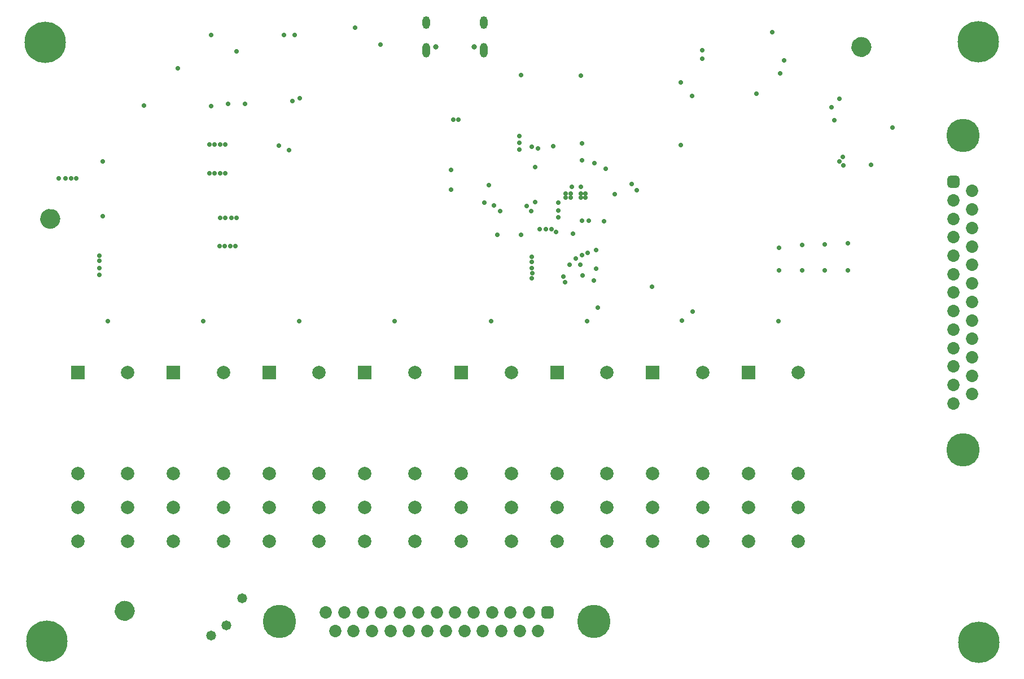
<source format=gbr>
%TF.GenerationSoftware,Altium Limited,Altium Designer,24.1.2 (44)*%
G04 Layer_Color=16711935*
%FSLAX45Y45*%
%MOMM*%
%TF.SameCoordinates,D8B4AAC8-E2FB-42F1-BA15-8403934F33DF*%
%TF.FilePolarity,Negative*%
%TF.FileFunction,Soldermask,Bot*%
%TF.Part,Single*%
G01*
G75*
%TA.AperFunction,ComponentPad*%
%ADD70C,2.00000*%
%ADD71R,2.00000X2.00000*%
%TA.AperFunction,NonConductor*%
%ADD81C,2.50000*%
%TA.AperFunction,ComponentPad*%
%ADD95C,0.80320*%
%ADD96O,1.10320X2.20320*%
%ADD97O,1.10320X1.90320*%
%ADD98C,1.85320*%
%ADD99C,5.00320*%
G04:AMPARAMS|DCode=100|XSize=1.8532mm|YSize=1.8532mm|CornerRadius=0.5141mm|HoleSize=0mm|Usage=FLASHONLY|Rotation=0.000|XOffset=0mm|YOffset=0mm|HoleType=Round|Shape=RoundedRectangle|*
%AMROUNDEDRECTD100*
21,1,1.85320,0.82500,0,0,0.0*
21,1,0.82500,1.85320,0,0,0.0*
1,1,1.02820,0.41250,-0.41250*
1,1,1.02820,-0.41250,-0.41250*
1,1,1.02820,-0.41250,0.41250*
1,1,1.02820,0.41250,0.41250*
%
%ADD100ROUNDEDRECTD100*%
G04:AMPARAMS|DCode=101|XSize=1.8532mm|YSize=1.8532mm|CornerRadius=0.5141mm|HoleSize=0mm|Usage=FLASHONLY|Rotation=90.000|XOffset=0mm|YOffset=0mm|HoleType=Round|Shape=RoundedRectangle|*
%AMROUNDEDRECTD101*
21,1,1.85320,0.82500,0,0,90.0*
21,1,0.82500,1.85320,0,0,90.0*
1,1,1.02820,0.41250,0.41250*
1,1,1.02820,0.41250,-0.41250*
1,1,1.02820,-0.41250,-0.41250*
1,1,1.02820,-0.41250,0.41250*
%
%ADD101ROUNDEDRECTD101*%
%TA.AperFunction,ViaPad*%
%ADD102C,0.70320*%
%ADD103C,6.20320*%
%ADD104C,1.47320*%
D70*
X4286600Y4704500D02*
D03*
X3536600D02*
D03*
X4286600Y5212500D02*
D03*
X3536600D02*
D03*
X4286600Y5716500D02*
D03*
X3536600D02*
D03*
X4286600Y7228500D02*
D03*
X5721700Y4704500D02*
D03*
X4971700D02*
D03*
X5721700Y5212500D02*
D03*
X4971700D02*
D03*
X5721700Y5716500D02*
D03*
X4971700D02*
D03*
X5721700Y7228500D02*
D03*
X7156800Y4704500D02*
D03*
X6406800D02*
D03*
X7156800Y5212500D02*
D03*
X6406800D02*
D03*
X7156800Y5716500D02*
D03*
X6406800D02*
D03*
X7156800Y7228500D02*
D03*
X8591900Y4704500D02*
D03*
X7841900D02*
D03*
X8591900Y5212500D02*
D03*
X7841900D02*
D03*
X8591900Y5716500D02*
D03*
X7841900D02*
D03*
X8591900Y7228500D02*
D03*
X10039700Y4704500D02*
D03*
X9289700D02*
D03*
X10039700Y5212500D02*
D03*
X9289700D02*
D03*
X10039700Y5716500D02*
D03*
X9289700D02*
D03*
X10039700Y7228500D02*
D03*
X11474800Y4704500D02*
D03*
X10724800D02*
D03*
X11474800Y5212500D02*
D03*
X10724800D02*
D03*
X11474800Y5716500D02*
D03*
X10724800D02*
D03*
X11474800Y7228500D02*
D03*
X12909900Y4704500D02*
D03*
X12159900D02*
D03*
X12909900Y5212500D02*
D03*
X12159900D02*
D03*
X12909900Y5716500D02*
D03*
X12159900D02*
D03*
X12909900Y7228500D02*
D03*
X14345000Y4704500D02*
D03*
X13595000D02*
D03*
X14345000Y5212500D02*
D03*
X13595000D02*
D03*
X14345000Y5716500D02*
D03*
X13595000D02*
D03*
X14345000Y7228500D02*
D03*
D71*
X3536600D02*
D03*
X4971700D02*
D03*
X6406800D02*
D03*
X7841900D02*
D03*
X9289700D02*
D03*
X10724800D02*
D03*
X12159900D02*
D03*
X13595000D02*
D03*
D81*
X3149200Y9537700D02*
G03*
X3149200Y9537700I-25000J0D01*
G01*
X4266800Y3657600D02*
G03*
X4266800Y3657600I-25000J0D01*
G01*
X15315800Y12115800D02*
G03*
X15315800Y12115800I-25000J0D01*
G01*
D95*
X9483800Y12116100D02*
D03*
X8905800D02*
D03*
D96*
X9627300Y12067100D02*
D03*
X8762300D02*
D03*
D97*
X9627300Y12484100D02*
D03*
X8762300D02*
D03*
D98*
X7397900Y3352799D02*
D03*
X7674900D02*
D03*
X7951900D02*
D03*
X8228900D02*
D03*
X8505900D02*
D03*
X8782900D02*
D03*
X9059900D02*
D03*
X9336900D02*
D03*
X9613899D02*
D03*
X9890900D02*
D03*
X10167900D02*
D03*
X10444900D02*
D03*
X7259400Y3636799D02*
D03*
X7536400D02*
D03*
X7813399D02*
D03*
X8090400D02*
D03*
X8367400D02*
D03*
X8644400D02*
D03*
X10306400D02*
D03*
X9752400D02*
D03*
X10029400D02*
D03*
X9475400D02*
D03*
X9198400D02*
D03*
X8921400D02*
D03*
X16954500Y6907400D02*
D03*
Y7184400D02*
D03*
Y7461400D02*
D03*
Y7738400D02*
D03*
Y8015400D02*
D03*
Y8292400D02*
D03*
Y8569400D02*
D03*
Y8846400D02*
D03*
Y9123400D02*
D03*
Y9400400D02*
D03*
Y9677400D02*
D03*
Y9954400D02*
D03*
X16670500Y6768900D02*
D03*
Y7045900D02*
D03*
Y7322900D02*
D03*
Y7599900D02*
D03*
Y7876900D02*
D03*
Y8153900D02*
D03*
Y9815900D02*
D03*
Y9261900D02*
D03*
Y9538900D02*
D03*
Y8984900D02*
D03*
Y8707900D02*
D03*
Y8430900D02*
D03*
D99*
X11276400Y3494799D02*
D03*
X6566399D02*
D03*
X16812500Y10785900D02*
D03*
Y6075900D02*
D03*
D100*
X10583399Y3636799D02*
D03*
D101*
X16670500Y10092900D02*
D03*
D102*
X6629400Y12293600D02*
D03*
X14958975Y11339650D02*
D03*
X11099800Y10668000D02*
D03*
X11430000Y9499600D02*
D03*
X9702800Y10045700D02*
D03*
X9639300Y9779000D02*
D03*
X9779000Y9740900D02*
D03*
X5918200Y12046100D02*
D03*
X4533900Y11239500D02*
D03*
X11087100Y11684000D02*
D03*
X10189000Y11696700D02*
D03*
X10439400Y10591800D02*
D03*
X11455400Y10287000D02*
D03*
X3860800Y8801100D02*
D03*
Y8699500D02*
D03*
X3251200Y10147300D02*
D03*
X14846300Y11214100D02*
D03*
X14888499Y11015000D02*
D03*
X15760699Y10909300D02*
D03*
X15440100Y10347400D02*
D03*
X3911600Y9575800D02*
D03*
Y10401300D02*
D03*
X3351900Y10147300D02*
D03*
X3440800D02*
D03*
X3517000D02*
D03*
X3860800Y8912321D02*
D03*
Y8988521D02*
D03*
X5830200Y9132200D02*
D03*
X5741300D02*
D03*
X5665100D02*
D03*
X5906400D02*
D03*
X5677800Y10225300D02*
D03*
X5588900D02*
D03*
X5512700D02*
D03*
X5754000D02*
D03*
X5677800Y10655300D02*
D03*
X5588900D02*
D03*
X5512700D02*
D03*
X5754000D02*
D03*
X5918200Y9550400D02*
D03*
X5676900D02*
D03*
X5753100D02*
D03*
X5842000D02*
D03*
X11074400Y8851900D02*
D03*
X11009859Y8939274D02*
D03*
X10918760Y8851900D02*
D03*
X9829800Y9296400D02*
D03*
X10185400D02*
D03*
X11188700Y9029700D02*
D03*
X14058900Y9106300D02*
D03*
X14401801Y9144400D02*
D03*
X11315700Y9068200D02*
D03*
X10961850Y9319250D02*
D03*
X10820400Y8674100D02*
D03*
X11099800Y10414000D02*
D03*
X11290300Y10375900D02*
D03*
X10401300Y10312400D02*
D03*
X10668000Y10629900D02*
D03*
X13716000Y11417300D02*
D03*
X12750800Y11379200D02*
D03*
X8077200Y12153900D02*
D03*
X7696200Y12407900D02*
D03*
X6867400Y11344700D02*
D03*
X5537200Y11226800D02*
D03*
Y12293600D02*
D03*
X5041900Y11798300D02*
D03*
X6553200Y10634375D02*
D03*
X6705768Y10566568D02*
D03*
X5791200Y11264900D02*
D03*
X6045200D02*
D03*
X10350500Y8966200D02*
D03*
Y8890000D02*
D03*
X6794500Y12293600D02*
D03*
X6756400Y11303000D02*
D03*
X11087100Y9918700D02*
D03*
Y9855200D02*
D03*
X11150600D02*
D03*
Y9918700D02*
D03*
X10934700Y9855200D02*
D03*
X10858500D02*
D03*
X10934700Y9918700D02*
D03*
X10858500D02*
D03*
X10401300Y9788760D02*
D03*
X10274300Y9728200D02*
D03*
X9872900Y9650100D02*
D03*
X9136200Y10269400D02*
D03*
Y9974400D02*
D03*
X14071600Y11722100D02*
D03*
X14135100Y11912600D02*
D03*
X15011400Y10464800D02*
D03*
X15024100Y10336600D02*
D03*
X14960600Y10401300D02*
D03*
X13957300Y12340700D02*
D03*
X15087601Y9169400D02*
D03*
Y8763000D02*
D03*
X14744701D02*
D03*
X14401801D02*
D03*
X14058900D02*
D03*
X10845800Y8585200D02*
D03*
X10350500Y8801100D02*
D03*
X11112500Y8686800D02*
D03*
X11277600Y8610600D02*
D03*
X11315700Y8788400D02*
D03*
X9169400Y11026652D02*
D03*
X9245600Y11023600D02*
D03*
X10712618Y9341018D02*
D03*
X11099800Y9512700D02*
D03*
X11201400Y9512300D02*
D03*
X14744701Y9156700D02*
D03*
X10642600Y9385300D02*
D03*
X10555241Y9386841D02*
D03*
X10464800Y9385300D02*
D03*
X11595100Y9906000D02*
D03*
X11849100Y10058400D02*
D03*
X11925300Y9969500D02*
D03*
X10744600Y9779000D02*
D03*
X10744200Y9664700D02*
D03*
Y9563100D02*
D03*
X10160000Y10579100D02*
D03*
Y10782300D02*
D03*
Y10680700D02*
D03*
X10350500Y10617200D02*
D03*
X10947400Y10016700D02*
D03*
X11087100D02*
D03*
X10337800Y9652000D02*
D03*
X12585700Y11582400D02*
D03*
Y10642600D02*
D03*
X12903200Y11938000D02*
D03*
Y12065000D02*
D03*
X3987800Y8002525D02*
D03*
X5422900D02*
D03*
X6858000D02*
D03*
X8293100D02*
D03*
X9740900D02*
D03*
X11176000D02*
D03*
X14046201D02*
D03*
X12598400Y8013700D02*
D03*
X11099800Y8991600D02*
D03*
X10353436Y8724900D02*
D03*
X10350500Y8648700D02*
D03*
X11341100Y8204200D02*
D03*
X12763500Y8143561D02*
D03*
X12153900Y8521700D02*
D03*
D103*
X17056100Y3187700D02*
D03*
X3073400Y3200400D02*
D03*
X3048000Y12187300D02*
D03*
X17043401Y12192000D02*
D03*
D104*
X5537200Y3289300D02*
D03*
X5765800Y3441700D02*
D03*
X6007100Y3848100D02*
D03*
%TF.MD5,c3a954b7af149ab7a65e3211be0cb2e1*%
M02*

</source>
